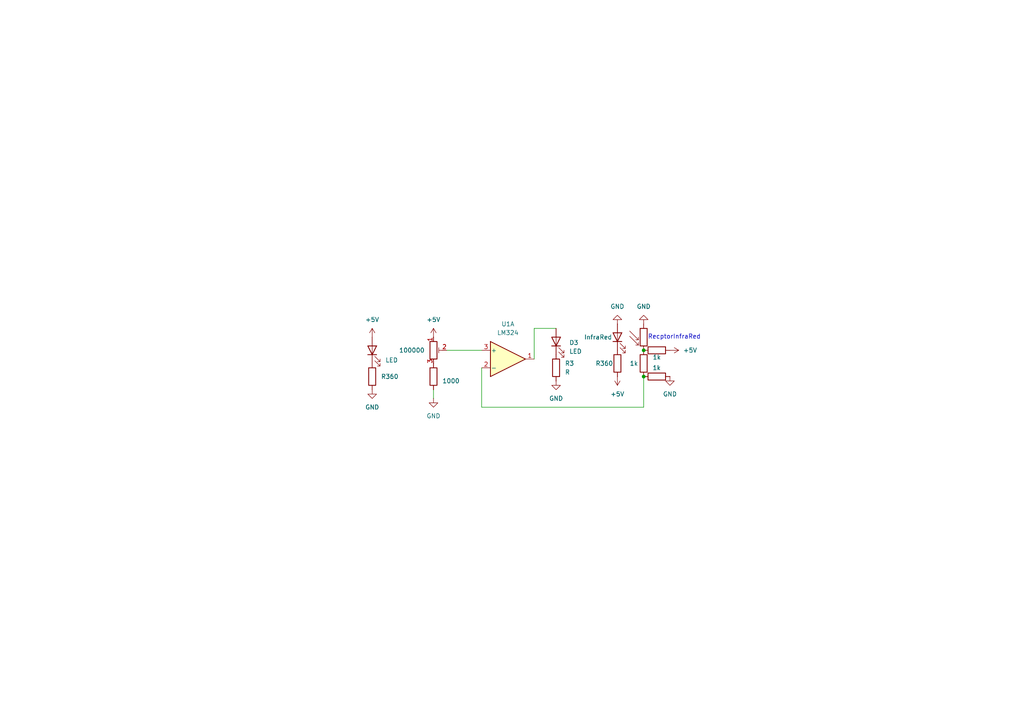
<source format=kicad_sch>
(kicad_sch (version 20250114) (generator "eeschema") (generator_version "9.0")
  (paper "A4")
  (lib_symbols
    (symbol "Amplifier_Operational:LM324" (pin_names (offset 0.127))
      (property "Reference" "U" (at 0 5.08 0))
      (property "Value" "LM324" (at 0 -5.08 0))
      (symbol "LM324_1_1"
        (polyline (pts (xy -5.08 5.08) (xy 5.08 0) (xy -5.08 -5.08) (xy -5.08 5.08)) (stroke (width 0.254)) (fill (type background)))
        (pin input line (at -7.62 2.54 0) (length 2.54) (name "+") (number "3"))
        (pin input line (at -7.62 -2.54 0) (length 2.54) (name "-") (number "2"))
        (pin output line (at 7.62 0 180) (length 2.54) (name "~") (number "1"))
      )
      (symbol "LM324_2_1"
        (polyline (pts (xy -5.08 5.08) (xy 5.08 0) (xy -5.08 -5.08) (xy -5.08 5.08)) (stroke (width 0.254)) (fill (type background)))
        (pin input line (at -7.62 2.54 0) (length 2.54) (name "+") (number "5"))
        (pin input line (at -7.62 -2.54 0) (length 2.54) (name "-") (number "6"))
        (pin output line (at 7.62 0 180) (length 2.54) (name "~") (number "7"))
      )
      (symbol "LM324_3_1"
        (polyline (pts (xy -5.08 5.08) (xy 5.08 0) (xy -5.08 -5.08) (xy -5.08 5.08)) (stroke (width 0.254)) (fill (type background)))
        (pin input line (at -7.62 2.54 0) (length 2.54) (name "+") (number "10"))
        (pin input line (at -7.62 -2.54 0) (length 2.54) (name "-") (number "9"))
        (pin output line (at 7.62 0 180) (length 2.54) (name "~") (number "8"))
      )
      (symbol "LM324_4_1"
        (polyline (pts (xy -5.08 5.08) (xy 5.08 0) (xy -5.08 -5.08) (xy -5.08 5.08)) (stroke (width 0.254)) (fill (type background)))
        (pin input line (at -7.62 2.54 0) (length 2.54) (name "+") (number "12"))
        (pin input line (at -7.62 -2.54 0) (length 2.54) (name "-") (number "13"))
        (pin output line (at 7.62 0 180) (length 2.54) (name "~") (number "14"))
      )
      (symbol "LM324_5_1"
        (pin power_in line (at -2.54 7.62 270) (length 3.81) (name "V+") (number "4"))
        (pin power_in line (at -2.54 -7.62 90) (length 3.81) (name "V-") (number "11"))
      )
    )
    (symbol "Device:LED" (pin_numbers (hide yes)) (pin_names (offset 1.016) (hide yes))
      (property "Reference" "D" (at 0 2.54 0))
      (property "Value" "LED" (at 0 -2.54 0))
      (symbol "LED_0_1"
        (polyline (pts (xy -3.048 -0.762) (xy -4.572 -2.286) (xy -3.81 -2.286) (xy -4.572 -2.286) (xy -4.572 -1.524)))
        (polyline (pts (xy -1.778 -0.762) (xy -3.302 -2.286) (xy -2.54 -2.286) (xy -3.302 -2.286) (xy -3.302 -1.524)))
        (polyline (pts (xy -1.27 0) (xy 1.27 0)))
        (polyline (pts (xy -1.27 -1.27) (xy -1.27 1.27)) (stroke (width 0.254)))
        (polyline (pts (xy 1.27 -1.27) (xy 1.27 1.27) (xy -1.27 0) (xy 1.27 -1.27)) (stroke (width 0.254)))
      )
      (symbol "LED_1_1"
        (pin passive line (at -3.81 0 0) (length 2.54) (name "K") (number "1"))
        (pin passive line (at 3.81 0 180) (length 2.54) (name "A") (number "2"))
      )
    )
    (symbol "Device:R" (pin_numbers (hide yes)) (pin_names (offset 0))
      (property "Reference" "R" (at 2.032 0 90))
      (property "Value" "R" (at 0 0 90))
      (symbol "R_0_1"
        (rectangle (start -1.016 -2.54) (end 1.016 2.54) (stroke (width 0.254)))
      )
      (symbol "R_1_1"
        (pin passive line (at 0 3.81 270) (length 1.27) (name "~") (number "1"))
        (pin passive line (at 0 -3.81 90) (length 1.27) (name "~") (number "2"))
      )
    )
    (symbol "Device:R_Potentiometer_Trim" (pin_names (offset 1.016) (hide yes))
      (property "Reference" "RV" (at -4.445 0 90))
      (property "Value" "R_Potentiometer_Trim" (at -2.54 0 90))
      (symbol "R_Potentiometer_Trim_0_1"
        (rectangle (start 1.016 2.54) (end -1.016 -2.54) (stroke (width 0.254)))
        (polyline (pts (xy 1.524 0.762) (xy 1.524 -0.762)))
        (polyline (pts (xy 2.54 0) (xy 1.524 0)))
      )
      (symbol "R_Potentiometer_Trim_1_1"
        (pin passive line (at 0 3.81 270) (length 1.27) (name "1") (number "1"))
        (pin passive line (at 0 -3.81 90) (length 1.27) (name "3") (number "3"))
        (pin passive line (at 3.81 0 180) (length 1.27) (name "2") (number "2"))
      )
    )
    (symbol "Sensor_Optical:LDR03" (pin_numbers (hide yes)) (pin_names (offset 0))
      (property "Reference" "R" (at -5.08 0 90))
      (property "Value" "LDR03" (at 1.905 0 90))
      (symbol "LDR03_0_1"
        (polyline (pts (xy -1.524 -0.762) (xy -4.064 1.778)))
        (polyline (pts (xy -1.524 -0.762) (xy -2.286 -0.762)))
        (polyline (pts (xy -1.524 -0.762) (xy -1.524 0)))
        (polyline (pts (xy -1.524 -2.286) (xy -4.064 0.254)))
        (polyline (pts (xy -1.524 -2.286) (xy -2.286 -2.286)))
        (polyline (pts (xy -1.524 -2.286) (xy -1.524 -1.524)))
        (rectangle (start -1.016 2.54) (end 1.016 -2.54) (stroke (width 0.254)))
      )
      (symbol "LDR03_1_1"
        (pin passive line (at 0 3.81 270) (length 1.27) (name "~") (number "1"))
        (pin passive line (at 0 -3.81 90) (length 1.27) (name "~") (number "2"))
      )
    )
    (symbol "power:+5V" (power) (pin_numbers (hide yes)) (pin_names (offset 0) (hide yes))
      (property "Value" "+5V" (at 0 3.556 0))
      (symbol "+5V_0_1"
        (polyline (pts (xy -0.762 1.27) (xy 0 2.54)))
        (polyline (pts (xy 0 2.54) (xy 0.762 1.27)))
        (polyline (pts (xy 0 0) (xy 0 2.54)))
      )
      (symbol "+5V_1_1"
        (pin power_in line (at 0 0 90) (length 0) (name "~") (number "1"))
      )
    )
    (symbol "power:GND" (power) (pin_numbers (hide yes)) (pin_names (offset 0) (hide yes))
      (property "Value" "GND" (at 0 -3.81 0))
      (symbol "GND_0_1"
        (polyline (pts (xy 0 0) (xy 0 -1.27) (xy 1.27 -1.27) (xy 0 -2.54) (xy -1.27 -1.27) (xy 0 -1.27)))
      )
      (symbol "GND_1_1"
        (pin power_in line (at 0 0 270) (length 0) (name "~") (number "1"))
      )
    )
  )
  (text "RecptorInfraRed" (at 195.58 97.79 0) (effects (font (size 1.27 1.27))))
  (junction (at 186.69 109.22))
  (junction (at 186.69 101.6))
  (wire (pts (xy 139.7 118.11) (xy 186.69 118.11)))
  (wire (pts (xy 125.73 115.57) (xy 125.73 113.03)))
  (wire (pts (xy 161.29 95.25) (xy 154.94 95.25)))
  (wire (pts (xy 139.7 118.11) (xy 139.7 106.68)))
  (wire (pts (xy 154.94 95.25) (xy 154.94 104.14)))
  (wire (pts (xy 129.54 101.6) (xy 139.7 101.6)))
  (wire (pts (xy 186.69 109.22) (xy 186.69 118.11)))
  (symbol (lib_id "power:GND") (at 107.95 113.03 0) (unit 1)
    (property "Reference" "#PWR02" (effects (hide yes)))
    (property "Value" "GND" (at 107.95 118.11 0))
    (property "Description" "Power symbol creates a global label with name \"GND\" , ground" (effects (hide yes)))
  )
  (symbol (lib_id "power:+5V") (at 194.31 101.6 270) (unit 1)
    (property "Reference" "#PWR08" (effects (hide yes)))
    (property "Value" "+5V" (at 198.12 101.5999 90) (effects (justify left)))
    (property "Description" "Power symbol creates a global label with name \"+5V\"" (effects (hide yes)))
  )
  (symbol (lib_id "power:+5V") (at 179.07 109.22 180) (unit 1)
    (property "Reference" "#PWR07" (effects (hide yes)))
    (property "Value" "+5V" (at 179.07 114.3 0))
    (property "Description" "Power symbol creates a global label with name \"+5V\"" (effects (hide yes)))
  )
  (symbol (lib_id "Amplifier_Operational:LM324") (at 147.32 104.14 0) (unit 1)
    (property "Reference" "U1" (at 147.32 93.98 0))
    (property "Value" "LM324" (at 147.32 96.52 0))
    (property "Datasheet" "http://www.ti.com/lit/ds/symlink/lm2902-n.pdf" (effects (hide yes)))
    (property "Description" "Low-Power, Quad-Operational Amplifiers, DIP-14/SOIC-14/SSOP-14" (effects (hide yes)))
  )
  (symbol (lib_id "power:+5V") (at 107.95 97.79 0) (unit 1)
    (property "Reference" "#PWR03" (effects (hide yes)))
    (property "Value" "+5V" (at 107.95 92.71 0))
    (property "Description" "Power symbol creates a global label with name \"+5V\"" (effects (hide yes)))
  )
  (symbol (lib_id "power:GND") (at 194.31 109.22 0) (unit 1)
    (property "Reference" "#PWR09" (effects (hide yes)))
    (property "Value" "GND" (at 194.31 114.3 0))
    (property "Description" "Power symbol creates a global label with name \"GND\" , ground" (effects (hide yes)))
  )
  (symbol (lib_id "power:GND") (at 161.29 110.49 0) (unit 1)
    (property "Reference" "#PWR010" (effects (hide yes)))
    (property "Value" "GND" (at 161.29 115.57 0))
    (property "Description" "Power symbol creates a global label with name \"GND\" , ground" (effects (hide yes)))
  )
  (symbol (lib_id "Device:R_Potentiometer_Trim") (at 125.73 101.6 0) (unit 1)
    (property "Reference" "RV3" (effects (hide yes)))
    (property "Value" "100000" (at 123.19 101.5999 0) (effects (justify right)))
    (property "Footprint" "Potentiometer_THT:Potentiometer_ACP_CA6-H2,5_Horizontal" (effects (hide yes)))
    (property "Description" "Trim-potentiometer" (effects (hide yes)))
  )
  (symbol (lib_id "Device:R") (at 186.69 105.41 0) (unit 1)
    (property "Reference" "1k" (at 182.626 105.41 0) (effects (justify left)))
    (property "Value" "1k" (at 189.23 106.6799 0) (effects (justify left)))
    (property "Description" "Resistor" (effects (hide yes)))
  )
  (symbol (lib_id "power:GND") (at 186.69 93.98 180) (unit 1)
    (property "Reference" "#PWR06" (effects (hide yes)))
    (property "Value" "GND" (at 186.69 88.9 0))
    (property "Description" "Power symbol creates a global label with name \"GND\" , ground" (effects (hide yes)))
  )
  (symbol (lib_id "Device:LED") (at 107.95 101.6 90) (unit 1)
    (property "Reference" "D1" (effects (hide yes)))
    (property "Value" "LED" (at 111.76 104.4574 90) (effects (justify right)))
    (property "Description" "Light emitting diode" (effects (hide yes)))
    (property "Sim.Pins" "1=K 2=A" (effects (hide yes)))
  )
  (symbol (lib_id "power:GND") (at 125.73 115.57 0) (unit 1)
    (property "Reference" "#PWR01" (effects (hide yes)))
    (property "Value" "GND" (at 125.73 120.65 0))
    (property "Description" "Power symbol creates a global label with name \"GND\" , ground" (effects (hide yes)))
  )
  (symbol (lib_id "Device:R") (at 125.73 109.22 0) (unit 1)
    (property "Reference" "R1" (effects (hide yes)))
    (property "Value" "1000" (at 128.27 110.4899 0) (effects (justify left)))
    (property "Description" "Resistor" (effects (hide yes)))
  )
  (symbol (lib_id "Device:R") (at 190.5 109.22 90) (unit 1)
    (property "Reference" "1k" (at 190.5 103.632 90))
    (property "Value" "R" (effects (hide yes)))
    (property "Description" "Resistor" (effects (hide yes)))
  )
  (symbol (lib_id "Device:R") (at 161.29 106.68 0) (unit 1)
    (property "Reference" "R3" (at 163.83 105.4099 0) (effects (justify left)))
    (property "Value" "R" (at 163.83 107.9499 0) (effects (justify left)))
    (property "Description" "Resistor" (effects (hide yes)))
  )
  (symbol (lib_id "power:GND") (at 179.07 93.98 180) (unit 1)
    (property "Reference" "#PWR05" (effects (hide yes)))
    (property "Value" "GND" (at 179.07 88.9 0))
    (property "Description" "Power symbol creates a global label with name \"GND\" , ground" (effects (hide yes)))
  )
  (symbol (lib_id "Device:R") (at 179.07 105.41 0) (unit 1)
    (property "Reference" "R360" (at 172.72 105.41 0) (effects (justify left)))
    (property "Value" "R" (effects (hide yes)))
    (property "Description" "Resistor" (effects (hide yes)))
  )
  (symbol (lib_id "Device:LED") (at 161.29 99.06 90) (unit 1)
    (property "Reference" "D3" (at 165.1 99.3774 90) (effects (justify right)))
    (property "Value" "LED" (at 165.1 101.9174 90) (effects (justify right)))
    (property "Description" "Light emitting diode" (effects (hide yes)))
    (property "Sim.Pins" "1=K 2=A" (effects (hide yes)))
  )
  (symbol (lib_id "power:+5V") (at 125.73 97.79 0) (unit 1)
    (property "Reference" "#PWR04" (effects (hide yes)))
    (property "Value" "+5V" (at 125.73 92.71 0))
    (property "Description" "Power symbol creates a global label with name \"+5V\"" (effects (hide yes)))
  )
  (symbol (lib_id "Device:R") (at 190.5 101.6 90) (unit 1)
    (property "Reference" "R5" (effects (hide yes)))
    (property "Value" "R" (effects (hide yes)))
    (property "Description" "Resistor" (effects (hide yes)))
  )
  (symbol (lib_id "Device:LED") (at 179.07 97.79 90) (unit 1)
    (property "Reference" "D2" (effects (hide yes)))
    (property "Value" "LED" (effects (hide yes)))
    (property "Description" "Light emitting diode" (effects (hide yes)))
    (property "Sim.Pins" "1=K 2=A" (effects (hide yes)))
  )
  (symbol (lib_id "Device:R") (at 107.95 109.22 0) (unit 1)
    (property "Reference" "R2" (effects (hide yes)))
    (property "Value" "R360" (at 110.49 109.2199 0) (effects (justify left)))
    (property "Description" "Resistor" (effects (hide yes)))
  )
  (symbol (lib_id "Sensor_Optical:LDR03") (at 186.69 97.79 0) (unit 1)
    (property "Reference" "InfraRed" (at 173.482 97.79 0))
    (property "Value" "LDR03" (effects (hide yes)))
    (property "Footprint" "OptoDevice:R_LDR_10x8.5mm_P7.6mm_Vertical" (effects (hide yes)))
    (property "Datasheet" "http://www.elektronica-componenten.nl/WebRoot/StoreNL/Shops/61422969/54F1/BA0C/C664/31B9/2173/C0A8/2AB9/2AEF/LDR03IMP.pdf" (effects (hide yes)))
    (property "Description" "light dependent resistor" (effects (hide yes)))
  )
)
</source>
